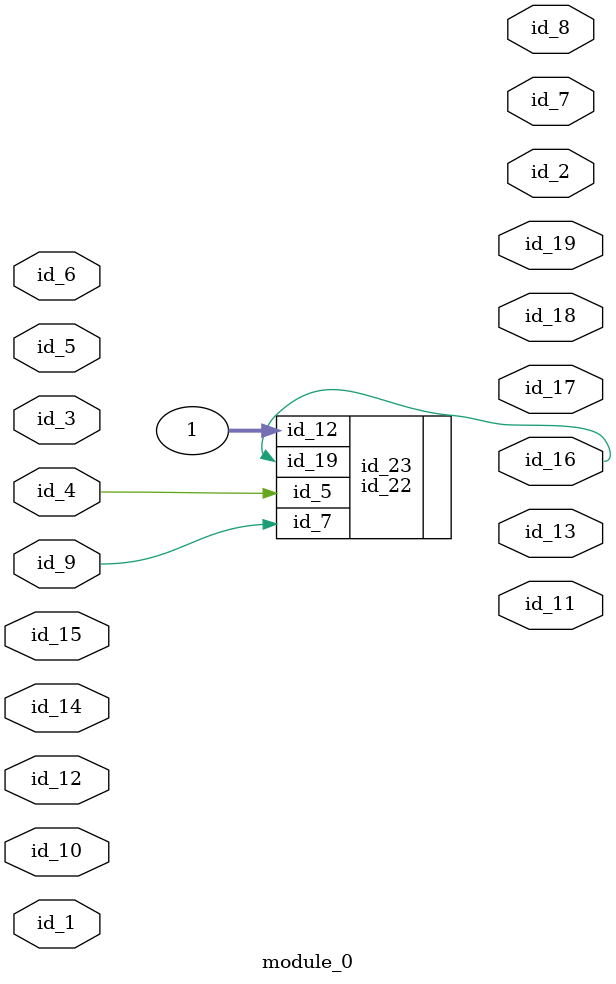
<source format=v>
`timescale 1ps / 1ps
module module_0 (
    id_1,
    id_2,
    id_3,
    id_4,
    id_5,
    id_6,
    id_7,
    id_8,
    id_9,
    id_10,
    id_11,
    id_12,
    id_13,
    id_14,
    id_15,
    id_16,
    id_17,
    id_18,
    id_19
);
  output id_19;
  output id_18;
  output id_17;
  output id_16;
  input id_15;
  input id_14;
  output id_13;
  input id_12;
  output id_11;
  input id_10;
  input id_9;
  output id_8;
  output id_7;
  input id_6;
  input id_5;
  input id_4;
  input id_3;
  output id_2;
  input id_1;
  id_20 id_21 ();
  id_22 id_23 (
      .id_5 (id_4),
      .id_7 (id_9),
      .id_12(1),
      .id_19(id_16)
  );
  id_24 id_25 (
      .id_1(id_19),
      .id_1(id_1),
      .id_4(id_12),
      .id_8(id_15)
  );
endmodule

</source>
